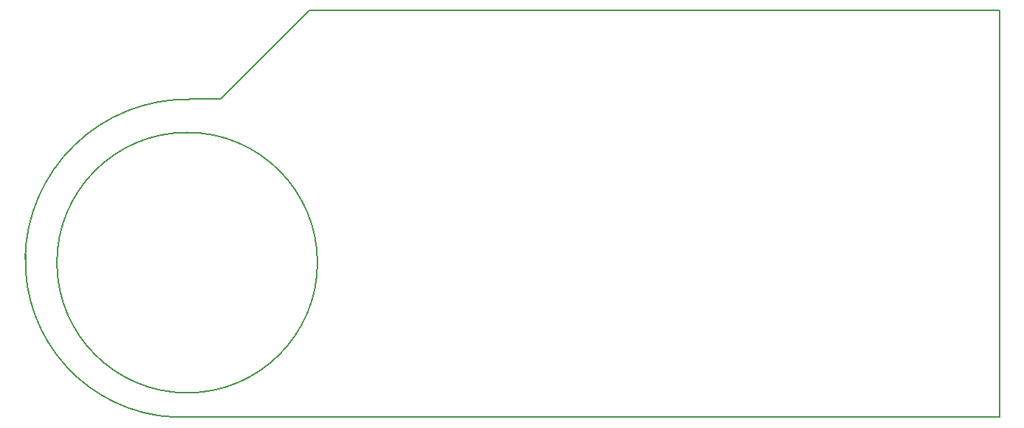
<source format=gbr>
G04 #@! TF.FileFunction,Profile,NP*
%FSLAX46Y46*%
G04 Gerber Fmt 4.6, Leading zero omitted, Abs format (unit mm)*
G04 Created by KiCad (PCBNEW 4.0.7) date Mon Jun 25 23:03:10 2018*
%MOMM*%
%LPD*%
G01*
G04 APERTURE LIST*
%ADD10C,0.100000*%
%ADD11C,0.150000*%
G04 APERTURE END LIST*
D10*
D11*
X92940000Y-100220000D02*
X89350000Y-100220000D01*
X103120000Y-90040000D02*
X92940000Y-100220000D01*
X182250000Y-90040000D02*
X103120000Y-90040000D01*
X182250000Y-136690000D02*
X182250000Y-90040000D01*
X87700000Y-136690000D02*
X182250000Y-136690000D01*
X70561200Y-117957600D02*
G75*
G03X87680800Y-136702800I17932400J-812800D01*
G01*
X89408000Y-100228400D02*
G75*
G03X70510400Y-118618000I-254000J-18643600D01*
G01*
X104041510Y-118973600D02*
G75*
G03X104041510Y-118973600I-14938310J0D01*
G01*
M02*

</source>
